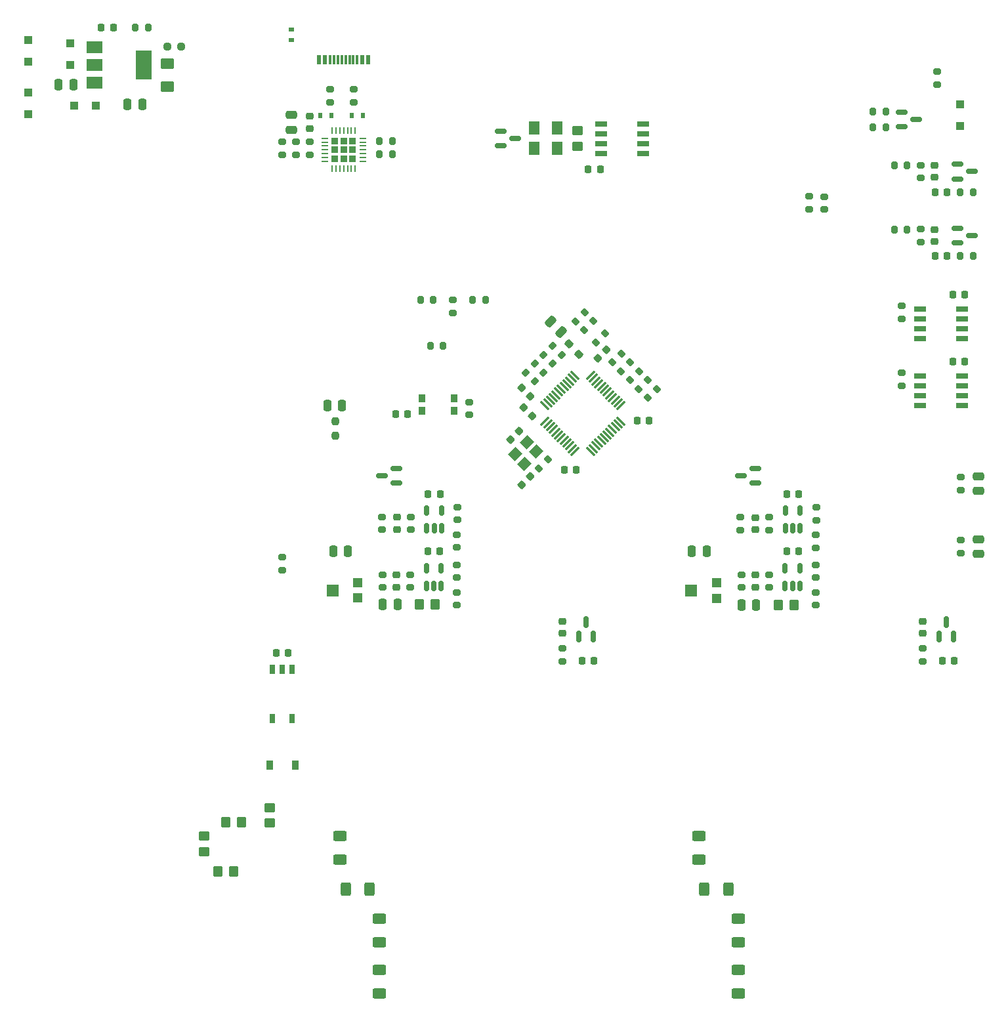
<source format=gtp>
G04 #@! TF.GenerationSoftware,KiCad,Pcbnew,(6.0.9)*
G04 #@! TF.CreationDate,2023-08-24T09:05:20+02:00*
G04 #@! TF.ProjectId,reflow_oven,7265666c-6f77-45f6-9f76-656e2e6b6963,rev?*
G04 #@! TF.SameCoordinates,Original*
G04 #@! TF.FileFunction,Paste,Top*
G04 #@! TF.FilePolarity,Positive*
%FSLAX46Y46*%
G04 Gerber Fmt 4.6, Leading zero omitted, Abs format (unit mm)*
G04 Created by KiCad (PCBNEW (6.0.9)) date 2023-08-24 09:05:20*
%MOMM*%
%LPD*%
G01*
G04 APERTURE LIST*
G04 Aperture macros list*
%AMRoundRect*
0 Rectangle with rounded corners*
0 $1 Rounding radius*
0 $2 $3 $4 $5 $6 $7 $8 $9 X,Y pos of 4 corners*
0 Add a 4 corners polygon primitive as box body*
4,1,4,$2,$3,$4,$5,$6,$7,$8,$9,$2,$3,0*
0 Add four circle primitives for the rounded corners*
1,1,$1+$1,$2,$3*
1,1,$1+$1,$4,$5*
1,1,$1+$1,$6,$7*
1,1,$1+$1,$8,$9*
0 Add four rect primitives between the rounded corners*
20,1,$1+$1,$2,$3,$4,$5,0*
20,1,$1+$1,$4,$5,$6,$7,0*
20,1,$1+$1,$6,$7,$8,$9,0*
20,1,$1+$1,$8,$9,$2,$3,0*%
%AMRotRect*
0 Rectangle, with rotation*
0 The origin of the aperture is its center*
0 $1 length*
0 $2 width*
0 $3 Rotation angle, in degrees counterclockwise*
0 Add horizontal line*
21,1,$1,$2,0,0,$3*%
G04 Aperture macros list end*
%ADD10RoundRect,0.200000X0.275000X-0.200000X0.275000X0.200000X-0.275000X0.200000X-0.275000X-0.200000X0*%
%ADD11R,0.900000X1.200000*%
%ADD12RoundRect,0.225000X0.225000X0.250000X-0.225000X0.250000X-0.225000X-0.250000X0.225000X-0.250000X0*%
%ADD13RoundRect,0.200000X-0.053033X0.335876X-0.335876X0.053033X0.053033X-0.335876X0.335876X-0.053033X0*%
%ADD14RoundRect,0.225000X-0.225000X-0.250000X0.225000X-0.250000X0.225000X0.250000X-0.225000X0.250000X0*%
%ADD15RoundRect,0.200000X0.335876X0.053033X0.053033X0.335876X-0.335876X-0.053033X-0.053033X-0.335876X0*%
%ADD16R,1.100000X1.100000*%
%ADD17RoundRect,0.200000X0.200000X0.275000X-0.200000X0.275000X-0.200000X-0.275000X0.200000X-0.275000X0*%
%ADD18RoundRect,0.150000X0.587500X0.150000X-0.587500X0.150000X-0.587500X-0.150000X0.587500X-0.150000X0*%
%ADD19RoundRect,0.200000X-0.275000X0.200000X-0.275000X-0.200000X0.275000X-0.200000X0.275000X0.200000X0*%
%ADD20RoundRect,0.250001X0.624999X-0.462499X0.624999X0.462499X-0.624999X0.462499X-0.624999X-0.462499X0*%
%ADD21RoundRect,0.250000X0.625000X-0.400000X0.625000X0.400000X-0.625000X0.400000X-0.625000X-0.400000X0*%
%ADD22RoundRect,0.200000X0.053033X-0.335876X0.335876X-0.053033X-0.053033X0.335876X-0.335876X0.053033X0*%
%ADD23RoundRect,0.225000X-0.225000X0.225000X-0.225000X-0.225000X0.225000X-0.225000X0.225000X0.225000X0*%
%ADD24RoundRect,0.062500X-0.062500X0.337500X-0.062500X-0.337500X0.062500X-0.337500X0.062500X0.337500X0*%
%ADD25RoundRect,0.062500X-0.337500X0.062500X-0.337500X-0.062500X0.337500X-0.062500X0.337500X0.062500X0*%
%ADD26RoundRect,0.250000X0.250000X0.475000X-0.250000X0.475000X-0.250000X-0.475000X0.250000X-0.475000X0*%
%ADD27RoundRect,0.225000X0.250000X-0.225000X0.250000X0.225000X-0.250000X0.225000X-0.250000X-0.225000X0*%
%ADD28RoundRect,0.250000X0.400000X0.625000X-0.400000X0.625000X-0.400000X-0.625000X0.400000X-0.625000X0*%
%ADD29RoundRect,0.225000X-0.250000X0.225000X-0.250000X-0.225000X0.250000X-0.225000X0.250000X0.225000X0*%
%ADD30RoundRect,0.150000X-0.587500X-0.150000X0.587500X-0.150000X0.587500X0.150000X-0.587500X0.150000X0*%
%ADD31RoundRect,0.150000X0.150000X-0.587500X0.150000X0.587500X-0.150000X0.587500X-0.150000X-0.587500X0*%
%ADD32RoundRect,0.250000X0.450000X-0.350000X0.450000X0.350000X-0.450000X0.350000X-0.450000X-0.350000X0*%
%ADD33RoundRect,0.250000X-0.250000X-0.475000X0.250000X-0.475000X0.250000X0.475000X-0.250000X0.475000X0*%
%ADD34RoundRect,0.225000X0.017678X-0.335876X0.335876X-0.017678X-0.017678X0.335876X-0.335876X0.017678X0*%
%ADD35R,0.700000X0.600000*%
%ADD36RoundRect,0.225000X0.335876X0.017678X0.017678X0.335876X-0.335876X-0.017678X-0.017678X-0.335876X0*%
%ADD37RoundRect,0.200000X-0.335876X-0.053033X-0.053033X-0.335876X0.335876X0.053033X0.053033X0.335876X0*%
%ADD38RoundRect,0.150000X0.150000X-0.512500X0.150000X0.512500X-0.150000X0.512500X-0.150000X-0.512500X0*%
%ADD39R,1.200000X1.200000*%
%ADD40R,1.500000X1.600000*%
%ADD41R,0.800000X1.200000*%
%ADD42RoundRect,0.250001X0.462499X0.624999X-0.462499X0.624999X-0.462499X-0.624999X0.462499X-0.624999X0*%
%ADD43RoundRect,0.250000X-0.475000X0.250000X-0.475000X-0.250000X0.475000X-0.250000X0.475000X0.250000X0*%
%ADD44RoundRect,0.250000X-0.625000X0.400000X-0.625000X-0.400000X0.625000X-0.400000X0.625000X0.400000X0*%
%ADD45RoundRect,0.200000X-0.200000X-0.275000X0.200000X-0.275000X0.200000X0.275000X-0.200000X0.275000X0*%
%ADD46RoundRect,0.237500X-0.237500X0.250000X-0.237500X-0.250000X0.237500X-0.250000X0.237500X0.250000X0*%
%ADD47RoundRect,0.075000X-0.415425X-0.521491X0.521491X0.415425X0.415425X0.521491X-0.521491X-0.415425X0*%
%ADD48RoundRect,0.075000X0.415425X-0.521491X0.521491X-0.415425X-0.415425X0.521491X-0.521491X0.415425X0*%
%ADD49R,2.000000X1.500000*%
%ADD50R,2.000000X3.800000*%
%ADD51R,0.600000X0.700000*%
%ADD52RoundRect,0.218750X-0.218750X-0.256250X0.218750X-0.256250X0.218750X0.256250X-0.218750X0.256250X0*%
%ADD53RoundRect,0.250000X0.512652X0.159099X0.159099X0.512652X-0.512652X-0.159099X-0.159099X-0.512652X0*%
%ADD54R,1.525000X0.650000*%
%ADD55RotRect,1.400000X1.200000X225.000000*%
%ADD56RoundRect,0.250000X0.350000X0.450000X-0.350000X0.450000X-0.350000X-0.450000X0.350000X-0.450000X0*%
%ADD57RoundRect,0.250000X-0.350000X-0.450000X0.350000X-0.450000X0.350000X0.450000X-0.350000X0.450000X0*%
%ADD58RoundRect,0.250000X-0.450000X0.350000X-0.450000X-0.350000X0.450000X-0.350000X0.450000X0.350000X0*%
%ADD59RoundRect,0.225000X-0.017678X0.335876X-0.335876X0.017678X0.017678X-0.335876X0.335876X-0.017678X0*%
%ADD60R,0.600000X1.160000*%
%ADD61R,0.300000X1.160000*%
%ADD62R,0.900000X1.000000*%
%ADD63RoundRect,0.237500X-0.344715X0.008839X0.008839X-0.344715X0.344715X-0.008839X-0.008839X0.344715X0*%
%ADD64RoundRect,0.237500X-0.250000X-0.237500X0.250000X-0.237500X0.250000X0.237500X-0.250000X0.237500X0*%
%ADD65RoundRect,0.250000X0.475000X-0.250000X0.475000X0.250000X-0.475000X0.250000X-0.475000X-0.250000X0*%
G04 APERTURE END LIST*
D10*
X186662665Y-107251000D03*
X186662665Y-105601000D03*
D11*
X181479865Y-185982800D03*
X184779865Y-185982800D03*
D10*
X270685865Y-158609800D03*
X270685865Y-156959800D03*
D12*
X271206865Y-125272800D03*
X269656865Y-125272800D03*
D13*
X217381220Y-146522645D03*
X216214494Y-147689371D03*
D14*
X228940665Y-141528800D03*
X230490665Y-141528800D03*
D10*
X205719865Y-154358800D03*
X205719865Y-152708800D03*
D15*
X219199228Y-133044363D03*
X218032502Y-131877637D03*
D16*
X270558865Y-100758800D03*
X270558865Y-103558800D03*
D17*
X202626065Y-125984000D03*
X200976065Y-125984000D03*
D10*
X270685865Y-150481800D03*
X270685865Y-148831800D03*
D14*
X201959865Y-150993800D03*
X203509865Y-150993800D03*
D18*
X197836365Y-149590800D03*
X197836365Y-147690800D03*
X195961365Y-148640800D03*
D19*
X242262865Y-153994800D03*
X242262865Y-155644800D03*
D10*
X251102465Y-114261400D03*
X251102465Y-112611400D03*
D16*
X155750865Y-95684800D03*
X155750865Y-92884800D03*
D20*
X168323865Y-98439300D03*
X168323865Y-95464300D03*
D21*
X241930865Y-215472800D03*
X241930865Y-212372800D03*
D19*
X219268865Y-170933800D03*
X219268865Y-172583800D03*
D10*
X207247065Y-140804400D03*
X207247065Y-139154400D03*
D22*
X222096502Y-129869363D03*
X223263228Y-128702637D03*
D23*
X191056865Y-105483800D03*
X189936865Y-106603800D03*
X189936865Y-107723800D03*
X192176865Y-105483800D03*
X191056865Y-107723800D03*
X192176865Y-106603800D03*
X191056865Y-106603800D03*
X189936865Y-105483800D03*
X192176865Y-107723800D03*
D24*
X192556865Y-104153800D03*
X192056865Y-104153800D03*
X191556865Y-104153800D03*
X191056865Y-104153800D03*
X190556865Y-104153800D03*
X190056865Y-104153800D03*
X189556865Y-104153800D03*
D25*
X188606865Y-105103800D03*
X188606865Y-105603800D03*
X188606865Y-106103800D03*
X188606865Y-106603800D03*
X188606865Y-107103800D03*
X188606865Y-107603800D03*
X188606865Y-108103800D03*
D24*
X189556865Y-109053800D03*
X190056865Y-109053800D03*
X190556865Y-109053800D03*
X191056865Y-109053800D03*
X191556865Y-109053800D03*
X192056865Y-109053800D03*
X192556865Y-109053800D03*
D25*
X193506865Y-108103800D03*
X193506865Y-107603800D03*
X193506865Y-107103800D03*
X193506865Y-106603800D03*
X193506865Y-106103800D03*
X193506865Y-105603800D03*
X193506865Y-105103800D03*
D10*
X192326865Y-100443800D03*
X192326865Y-98793800D03*
D26*
X165082865Y-100761800D03*
X163182865Y-100761800D03*
D22*
X220978902Y-128777163D03*
X222145628Y-127610437D03*
D27*
X219268865Y-168977800D03*
X219268865Y-167427800D03*
D28*
X240686865Y-201984800D03*
X237586865Y-201984800D03*
D29*
X244145865Y-161473800D03*
X244145865Y-163023800D03*
D21*
X195646865Y-208868800D03*
X195646865Y-205768800D03*
D30*
X270256365Y-116702800D03*
X270256365Y-118602800D03*
X272131365Y-117652800D03*
D19*
X251956865Y-163709800D03*
X251956865Y-165359800D03*
D31*
X221366865Y-169394300D03*
X223266865Y-169394300D03*
X222316865Y-167519300D03*
D21*
X241930865Y-208868800D03*
X241930865Y-205768800D03*
D26*
X197986865Y-165280800D03*
X196086865Y-165280800D03*
D18*
X244191365Y-149590800D03*
X244191365Y-147690800D03*
X242316365Y-148640800D03*
D10*
X252003865Y-154374800D03*
X252003865Y-152724800D03*
D19*
X265478865Y-116827800D03*
X265478865Y-118477800D03*
D32*
X181549865Y-193459800D03*
X181549865Y-191459800D03*
D29*
X197861865Y-161457800D03*
X197861865Y-163007800D03*
D33*
X188938465Y-139623800D03*
X190838465Y-139623800D03*
D12*
X223345865Y-172520800D03*
X221795865Y-172520800D03*
D17*
X203882865Y-131927600D03*
X202232865Y-131927600D03*
X261018365Y-103682800D03*
X259368365Y-103682800D03*
D34*
X223833657Y-133506216D03*
X224929673Y-132410200D03*
D35*
X184325865Y-91044800D03*
X184325865Y-92444800D03*
D36*
X215379273Y-140959208D03*
X214283257Y-139863192D03*
D10*
X245970865Y-155644800D03*
X245970865Y-153994800D03*
X189278865Y-100443800D03*
X189278865Y-98793800D03*
D37*
X215695702Y-134189037D03*
X216862428Y-135355763D03*
D16*
X150368000Y-99234800D03*
X150368000Y-102034800D03*
D38*
X248021865Y-162878300D03*
X248971865Y-162878300D03*
X249921865Y-162878300D03*
X249921865Y-160603300D03*
X248021865Y-160603300D03*
D27*
X186662665Y-103848200D03*
X186662665Y-102298200D03*
D19*
X267637865Y-96507800D03*
X267637865Y-98157800D03*
D30*
X263065865Y-101716800D03*
X263065865Y-103616800D03*
X264940865Y-102666800D03*
D39*
X239139865Y-164455800D03*
D40*
X235889865Y-163455800D03*
D39*
X239139865Y-162455800D03*
D12*
X269826865Y-172520800D03*
X268276865Y-172520800D03*
D19*
X251964865Y-156280800D03*
X251964865Y-157930800D03*
D41*
X181845865Y-179963800D03*
X184385865Y-179963800D03*
X184385865Y-173663800D03*
X183115865Y-173663800D03*
X181845865Y-173663800D03*
D30*
X211328365Y-104180600D03*
X211328365Y-106080600D03*
X213203365Y-105130600D03*
D42*
X218630165Y-103803700D03*
X215655165Y-103803700D03*
D19*
X263065865Y-126733800D03*
X263065865Y-128383800D03*
D30*
X270256365Y-108447800D03*
X270256365Y-110347800D03*
X272131365Y-109397800D03*
D43*
X272971865Y-148706800D03*
X272971865Y-150606800D03*
D27*
X265749865Y-168977800D03*
X265749865Y-167427800D03*
D33*
X235981865Y-158375800D03*
X237881865Y-158375800D03*
D28*
X194402865Y-201984800D03*
X191302865Y-201984800D03*
D31*
X267847865Y-169394300D03*
X269747865Y-169394300D03*
X268797865Y-167519300D03*
D44*
X236850865Y-195100800D03*
X236850865Y-198200800D03*
D29*
X244192865Y-154044800D03*
X244192865Y-155594800D03*
D26*
X156192865Y-98221800D03*
X154292865Y-98221800D03*
D45*
X164196865Y-90855800D03*
X165846865Y-90855800D03*
D46*
X189990065Y-141632300D03*
X189990065Y-143457300D03*
D47*
X217029989Y-141613188D03*
X217383543Y-141966742D03*
X217737096Y-142320295D03*
X218090650Y-142673849D03*
X218444203Y-143027402D03*
X218797756Y-143380955D03*
X219151310Y-143734509D03*
X219504863Y-144088062D03*
X219858416Y-144441615D03*
X220211970Y-144795169D03*
X220565523Y-145148722D03*
X220919077Y-145502276D03*
D48*
X222916653Y-145502276D03*
X223270207Y-145148722D03*
X223623760Y-144795169D03*
X223977314Y-144441615D03*
X224330867Y-144088062D03*
X224684420Y-143734509D03*
X225037974Y-143380955D03*
X225391527Y-143027402D03*
X225745080Y-142673849D03*
X226098634Y-142320295D03*
X226452187Y-141966742D03*
X226805741Y-141613188D03*
D47*
X226805741Y-139615612D03*
X226452187Y-139262058D03*
X226098634Y-138908505D03*
X225745080Y-138554951D03*
X225391527Y-138201398D03*
X225037974Y-137847845D03*
X224684420Y-137494291D03*
X224330867Y-137140738D03*
X223977314Y-136787185D03*
X223623760Y-136433631D03*
X223270207Y-136080078D03*
X222916653Y-135726524D03*
D48*
X220919077Y-135726524D03*
X220565523Y-136080078D03*
X220211970Y-136433631D03*
X219858416Y-136787185D03*
X219504863Y-137140738D03*
X219151310Y-137494291D03*
X218797756Y-137847845D03*
X218444203Y-138201398D03*
X218090650Y-138554951D03*
X217737096Y-138908505D03*
X217383543Y-139262058D03*
X217029989Y-139615612D03*
D49*
X158954363Y-93381800D03*
D50*
X165254363Y-95681800D03*
D49*
X158954363Y-95681800D03*
X158954363Y-97981800D03*
D10*
X184884665Y-107251000D03*
X184884665Y-105601000D03*
X205672865Y-161787800D03*
X205672865Y-160137800D03*
D19*
X205680865Y-156264800D03*
X205680865Y-157914800D03*
D17*
X263763865Y-116890800D03*
X262113865Y-116890800D03*
D51*
X188070865Y-102158800D03*
X189470865Y-102158800D03*
D38*
X201737865Y-162862300D03*
X202687865Y-162862300D03*
X203637865Y-162862300D03*
X203637865Y-160587300D03*
X201737865Y-160587300D03*
D12*
X224166065Y-109093000D03*
X222616065Y-109093000D03*
D36*
X215099873Y-138393808D03*
X214003857Y-137297792D03*
D52*
X267358365Y-112064800D03*
X268933365Y-112064800D03*
D13*
X228013028Y-134011237D03*
X226846302Y-135177963D03*
X229156865Y-135153400D03*
X227990139Y-136320126D03*
D53*
X219109816Y-130110151D03*
X217766314Y-128766649D03*
D10*
X199686865Y-155628800D03*
X199686865Y-153978800D03*
D32*
X173040865Y-197142800D03*
X173040865Y-195142800D03*
D54*
X229659065Y-107086400D03*
X229659065Y-105816400D03*
X229659065Y-104546400D03*
X229659065Y-103276400D03*
X224235065Y-103276400D03*
X224235065Y-104546400D03*
X224235065Y-105816400D03*
X224235065Y-107086400D03*
D19*
X196083865Y-161407800D03*
X196083865Y-163057800D03*
D26*
X244270865Y-165296800D03*
X242370865Y-165296800D03*
D43*
X272971865Y-156834800D03*
X272971865Y-158734800D03*
D55*
X214728642Y-144340942D03*
X213173007Y-145896577D03*
X214375088Y-147098658D03*
X215930723Y-145543023D03*
D45*
X195692865Y-107162600D03*
X197342865Y-107162600D03*
D38*
X248068865Y-155449300D03*
X249018865Y-155449300D03*
X249968865Y-155449300D03*
X249968865Y-153174300D03*
X248068865Y-153174300D03*
D19*
X195978865Y-153978800D03*
X195978865Y-155628800D03*
X205128465Y-125971800D03*
X205128465Y-127621800D03*
D54*
X270857865Y-139623800D03*
X270857865Y-138353800D03*
X270857865Y-137083800D03*
X270857865Y-135813800D03*
X265433865Y-135813800D03*
X265433865Y-137083800D03*
X265433865Y-138353800D03*
X265433865Y-139623800D03*
D38*
X201784865Y-155433300D03*
X202734865Y-155433300D03*
X203684865Y-155433300D03*
X203684865Y-153158300D03*
X201784865Y-153158300D03*
D10*
X253032865Y-114286800D03*
X253032865Y-112636800D03*
D14*
X219517265Y-147929600D03*
X221067265Y-147929600D03*
D56*
X249146865Y-165296800D03*
X247146865Y-165296800D03*
D12*
X271206865Y-133908800D03*
X269656865Y-133908800D03*
D13*
X230299865Y-136296400D03*
X229133139Y-137463126D03*
D57*
X175850865Y-193348800D03*
X177850865Y-193348800D03*
D17*
X261018365Y-101650800D03*
X259368365Y-101650800D03*
D58*
X221257465Y-104130600D03*
X221257465Y-106130600D03*
D21*
X195646865Y-215472800D03*
X195646865Y-212372800D03*
D10*
X251956865Y-161803800D03*
X251956865Y-160153800D03*
D52*
X267358365Y-120319800D03*
X268933365Y-120319800D03*
D10*
X245923865Y-163073800D03*
X245923865Y-161423800D03*
D16*
X150368000Y-92453000D03*
X150368000Y-95253000D03*
D19*
X263065865Y-135369800D03*
X263065865Y-137019800D03*
D12*
X199324865Y-140690600D03*
X197774865Y-140690600D03*
D37*
X214552702Y-135332037D03*
X215719428Y-136498763D03*
D59*
X213677473Y-142911192D03*
X212581457Y-144007208D03*
D19*
X242367865Y-161423800D03*
X242367865Y-163073800D03*
D60*
X194256865Y-95016800D03*
X193456865Y-95016800D03*
D61*
X192306865Y-95016800D03*
X191306865Y-95016800D03*
X190806865Y-95016800D03*
X189806865Y-95016800D03*
D60*
X188656865Y-95016800D03*
X187856865Y-95016800D03*
X187856865Y-95016800D03*
X188656865Y-95016800D03*
D61*
X189306865Y-95016800D03*
X190306865Y-95016800D03*
X191806865Y-95016800D03*
X192806865Y-95016800D03*
D60*
X193456865Y-95016800D03*
X194256865Y-95016800D03*
D54*
X270857865Y-130987800D03*
X270857865Y-129717800D03*
X270857865Y-128447800D03*
X270857865Y-127177800D03*
X265433865Y-127177800D03*
X265433865Y-128447800D03*
X265433865Y-129717800D03*
X265433865Y-130987800D03*
D44*
X190566865Y-195100800D03*
X190566865Y-198200800D03*
D52*
X159789365Y-90855800D03*
X161364365Y-90855800D03*
D45*
X207707065Y-125984000D03*
X209357065Y-125984000D03*
D19*
X265749865Y-170933800D03*
X265749865Y-172583800D03*
D10*
X199639865Y-163057800D03*
X199639865Y-161407800D03*
D14*
X248196865Y-158375800D03*
X249746865Y-158375800D03*
D13*
X231442865Y-137439400D03*
X230276139Y-138606126D03*
D19*
X205672865Y-163693800D03*
X205672865Y-165343800D03*
D22*
X223620502Y-131444163D03*
X224787228Y-130277437D03*
D10*
X183157465Y-160845000D03*
X183157465Y-159195000D03*
D62*
X201198865Y-138696800D03*
X205298865Y-138696800D03*
X201198865Y-140296800D03*
X205298865Y-140296800D03*
D56*
X176834865Y-199698800D03*
X174834865Y-199698800D03*
D63*
X220129630Y-131663365D03*
X221420100Y-132953835D03*
D51*
X193534865Y-102158800D03*
X192134865Y-102158800D03*
D14*
X201912865Y-158359800D03*
X203462865Y-158359800D03*
D22*
X225703302Y-134034963D03*
X226870028Y-132868237D03*
D33*
X189697865Y-158359800D03*
X191597865Y-158359800D03*
D64*
X168300365Y-93268800D03*
X170125365Y-93268800D03*
D16*
X156255865Y-100888800D03*
X159055865Y-100888800D03*
D56*
X202862865Y-165280800D03*
X200862865Y-165280800D03*
D65*
X184325865Y-104023200D03*
X184325865Y-102123200D03*
D45*
X195692865Y-105511600D03*
X197342865Y-105511600D03*
D29*
X267256865Y-108622800D03*
X267256865Y-110172800D03*
D14*
X248243865Y-151009800D03*
X249793865Y-151009800D03*
D29*
X267256865Y-116877800D03*
X267256865Y-118427800D03*
D14*
X182340865Y-171479800D03*
X183890865Y-171479800D03*
D34*
X214054657Y-149874608D03*
X215150673Y-148778592D03*
D39*
X192855865Y-164439800D03*
D40*
X189605865Y-163439800D03*
D39*
X192855865Y-162439800D03*
D19*
X265478865Y-108572800D03*
X265478865Y-110222800D03*
D17*
X263763865Y-108635800D03*
X262113865Y-108635800D03*
D10*
X183106665Y-107251000D03*
X183106665Y-105601000D03*
D29*
X197908865Y-154028800D03*
X197908865Y-155578800D03*
D37*
X216864102Y-133046037D03*
X218030828Y-134212763D03*
D45*
X270622865Y-120319800D03*
X272272865Y-120319800D03*
X270622865Y-112064800D03*
X272272865Y-112064800D03*
D42*
X218630165Y-106400600D03*
X215655165Y-106400600D03*
M02*

</source>
